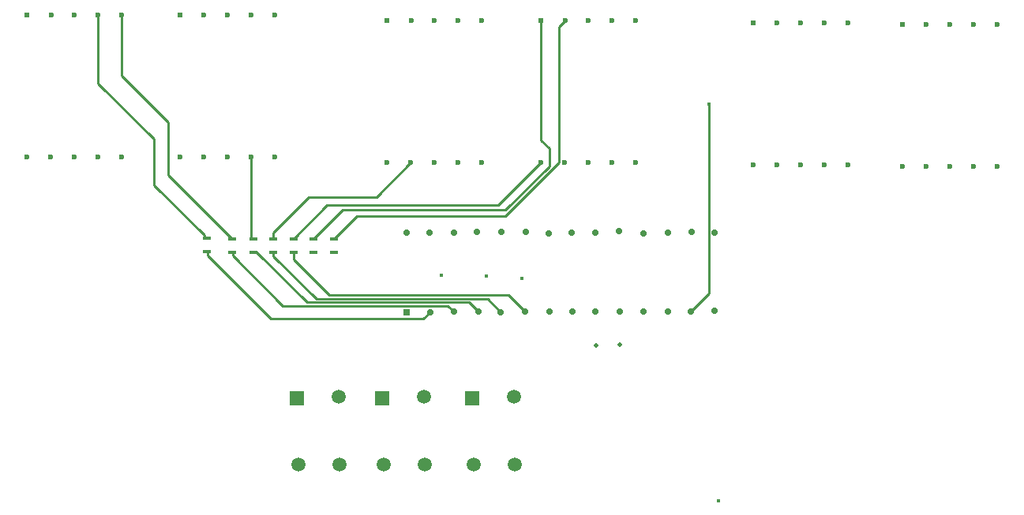
<source format=gbl>
G04*
G04 #@! TF.GenerationSoftware,Altium Limited,Altium Designer,21.0.9 (235)*
G04*
G04 Layer_Physical_Order=2*
G04 Layer_Color=16711680*
%FSLAX25Y25*%
%MOIN*%
G70*
G04*
G04 #@! TF.SameCoordinates,50ADF09E-C92B-48F0-A8A5-EF6B86B84264*
G04*
G04*
G04 #@! TF.FilePolarity,Positive*
G04*
G01*
G75*
%ADD12C,0.01000*%
%ADD34C,0.05898*%
%ADD35R,0.05898X0.05898*%
%ADD36C,0.02362*%
%ADD37R,0.02362X0.02362*%
%ADD38C,0.02756*%
%ADD39R,0.02756X0.02756*%
%ADD40C,0.01968*%
%ADD41C,0.01575*%
%ADD42R,0.03740X0.01181*%
%ADD43C,0.00591*%
D12*
X326264Y355500D02*
X333165Y348598D01*
X250500Y355500D02*
X326264D01*
X245213Y353787D02*
X317445D01*
X219779Y373646D02*
X241032Y352394D01*
X309587D01*
X317445Y353787D02*
X322929Y348303D01*
X231000Y351000D02*
X300646D01*
X209859Y372141D02*
X231000Y351000D01*
X235500Y370500D02*
X250500Y355500D01*
X227000Y372000D02*
X245213Y353787D01*
X309587Y352394D02*
X313480Y348500D01*
X300646Y351000D02*
X303244Y348402D01*
X313480Y348500D02*
X313480D01*
X218500Y373646D02*
X219779D01*
X290303Y345500D02*
X293106Y348303D01*
X403342Y348500D02*
X410913Y356071D01*
Y436051D01*
X410931Y436069D01*
X235500Y370500D02*
Y372000D01*
Y373646D01*
X227000Y372000D02*
Y373646D01*
X209500D02*
X209769D01*
X209859Y373555D01*
Y372141D02*
Y373555D01*
X226000Y345500D02*
X290303D01*
X199123Y373791D02*
X199213Y373701D01*
Y372287D02*
X226000Y345500D01*
X199000Y373791D02*
X199123D01*
X199213Y372287D02*
Y373701D01*
X197709Y379591D02*
Y380791D01*
Y379591D02*
X197800Y379500D01*
X176500Y402000D02*
X197709Y380791D01*
X176500Y402000D02*
Y421500D01*
X197800Y379500D02*
X199000D01*
X198854Y390000D02*
X198854D01*
X182500Y406354D02*
Y428546D01*
Y406354D02*
X198854Y390000D01*
X252500Y379354D02*
X262146Y389000D01*
X244000Y379354D02*
X256146Y391500D01*
X235500Y379354D02*
X249646Y393500D01*
X322000Y393500D01*
X227000Y382000D02*
X234500Y389500D01*
X227000Y379354D02*
Y382000D01*
X234500Y389500D02*
Y389500D01*
X198854Y390000D02*
X209500Y379354D01*
X163000Y448046D02*
X182500Y428546D01*
X262146Y389000D02*
X325000Y389000D01*
X256146Y391500D02*
X325000Y391500D01*
Y389000D02*
X347500Y411500D01*
Y468961D01*
X350039Y471500D01*
X325000Y391500D02*
X343500Y410000D01*
Y417500D01*
X340000Y421000D02*
Y471500D01*
Y421000D02*
X343500Y417500D01*
X322000Y393500D02*
X340000Y411500D01*
X234500Y389500D02*
X242000Y397000D01*
X270500D01*
X163000Y448046D02*
Y474000D01*
X270500Y397000D02*
X285000Y411500D01*
X217500Y379354D02*
Y414000D01*
X153000Y445000D02*
X176500Y421500D01*
X153000Y445000D02*
Y474000D01*
D34*
X291000Y284000D02*
D03*
X290500Y312500D02*
D03*
X273500Y284000D02*
D03*
X329000D02*
D03*
X328500Y312500D02*
D03*
X311500Y284000D02*
D03*
X237500D02*
D03*
X254500Y312500D02*
D03*
X255000Y284000D02*
D03*
D35*
X273000Y312000D02*
D03*
X311000D02*
D03*
X237000D02*
D03*
D36*
X522500Y410000D02*
D03*
X512500D02*
D03*
X502500D02*
D03*
X492500D02*
D03*
X532500Y470000D02*
D03*
X522500D02*
D03*
X512500D02*
D03*
X532500Y410000D02*
D03*
X502539Y470000D02*
D03*
X439539Y470500D02*
D03*
X469500Y410500D02*
D03*
X449500Y470500D02*
D03*
X459500D02*
D03*
X469500D02*
D03*
X429500Y410500D02*
D03*
X439500D02*
D03*
X449500D02*
D03*
X459500D02*
D03*
X350039Y471500D02*
D03*
X380000Y411500D02*
D03*
X360000Y471500D02*
D03*
X370000D02*
D03*
X380000D02*
D03*
X340000Y411500D02*
D03*
X350000D02*
D03*
X360000D02*
D03*
X370000D02*
D03*
X217500Y414000D02*
D03*
X207500D02*
D03*
X197500D02*
D03*
X187500D02*
D03*
X227500Y474000D02*
D03*
X217500D02*
D03*
X207500D02*
D03*
X227500Y414000D02*
D03*
X197539Y474000D02*
D03*
X153000Y414000D02*
D03*
X143000D02*
D03*
X133000D02*
D03*
X123000D02*
D03*
X163000Y474000D02*
D03*
X153000D02*
D03*
X143000D02*
D03*
X163000Y414000D02*
D03*
X133039Y474000D02*
D03*
X305000Y411500D02*
D03*
X295000D02*
D03*
X285000D02*
D03*
X275000D02*
D03*
X315000Y471500D02*
D03*
X305000D02*
D03*
X295000D02*
D03*
X315000Y411500D02*
D03*
X285039Y471500D02*
D03*
D37*
X492500Y470000D02*
D03*
X429500Y470500D02*
D03*
X340000Y471500D02*
D03*
X187500Y474000D02*
D03*
X123000D02*
D03*
X275000Y471500D02*
D03*
D38*
X293008Y381965D02*
D03*
X283165Y381748D02*
D03*
X413087Y348697D02*
D03*
X403342Y348500D02*
D03*
X393402Y348598D02*
D03*
X383067Y348500D02*
D03*
X373323Y348598D02*
D03*
X362772Y348402D02*
D03*
X353343D02*
D03*
X343500Y348500D02*
D03*
X322929Y348303D02*
D03*
X313480Y348500D02*
D03*
X303244Y348402D02*
D03*
X293106Y348303D02*
D03*
X333165Y348598D02*
D03*
X413185Y381866D02*
D03*
X403441Y382161D02*
D03*
X393402Y381965D02*
D03*
X383165Y381669D02*
D03*
X372929Y382358D02*
D03*
X362693Y381965D02*
D03*
X352850Y381866D02*
D03*
X343106Y381669D02*
D03*
X333461Y382260D02*
D03*
X323323D02*
D03*
X312890Y382063D02*
D03*
X303343Y381866D02*
D03*
D39*
X283264Y348205D02*
D03*
D40*
X373217Y334362D02*
D03*
X363276Y334264D02*
D03*
D41*
X410931Y436069D02*
D03*
X317000Y363500D02*
D03*
X298000Y364000D02*
D03*
X332000Y362500D02*
D03*
X415000Y268500D02*
D03*
D42*
X244000Y373646D02*
D03*
Y379354D02*
D03*
X235500Y373646D02*
D03*
Y379354D02*
D03*
X227000Y373646D02*
D03*
Y379354D02*
D03*
X218500Y373646D02*
D03*
Y379354D02*
D03*
X209500Y373646D02*
D03*
Y379354D02*
D03*
X252500D02*
D03*
Y373646D02*
D03*
X199000Y379500D02*
D03*
Y373791D02*
D03*
D43*
X227000Y373646D02*
X228279D01*
X209500D02*
X210780D01*
X199000Y373791D02*
X200279D01*
M02*

</source>
